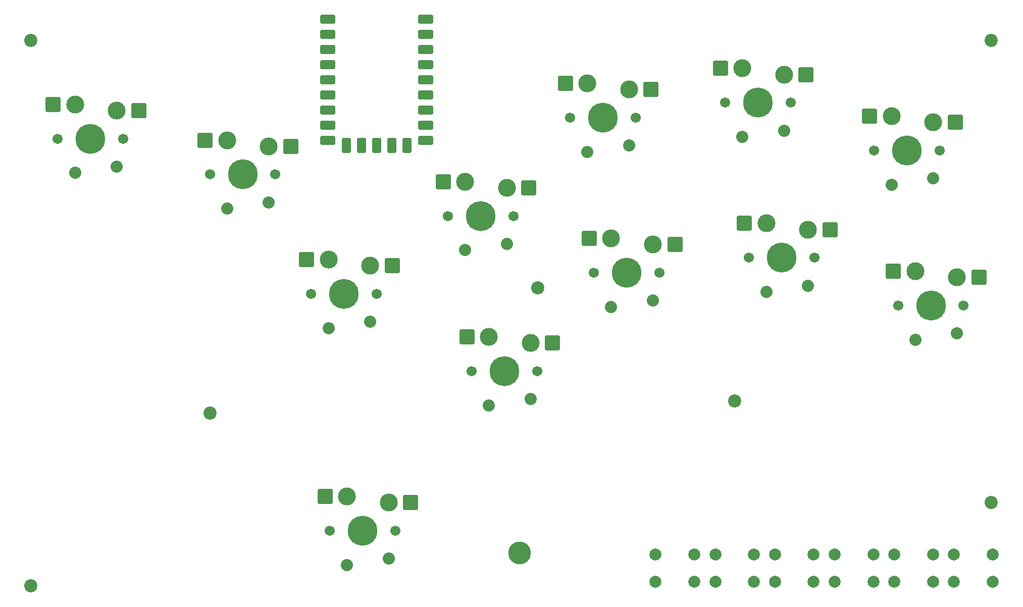
<source format=gbr>
%TF.GenerationSoftware,KiCad,Pcbnew,7.0.6*%
%TF.CreationDate,2024-01-12T12:33:24+02:00*%
%TF.ProjectId,Flatbox-rev5,466c6174-626f-4782-9d72-6576352e6b69,rev?*%
%TF.SameCoordinates,Original*%
%TF.FileFunction,Soldermask,Bot*%
%TF.FilePolarity,Negative*%
%FSLAX46Y46*%
G04 Gerber Fmt 4.6, Leading zero omitted, Abs format (unit mm)*
G04 Created by KiCad (PCBNEW 7.0.6) date 2024-01-12 12:33:24*
%MOMM*%
%LPD*%
G01*
G04 APERTURE LIST*
G04 Aperture macros list*
%AMRoundRect*
0 Rectangle with rounded corners*
0 $1 Rounding radius*
0 $2 $3 $4 $5 $6 $7 $8 $9 X,Y pos of 4 corners*
0 Add a 4 corners polygon primitive as box body*
4,1,4,$2,$3,$4,$5,$6,$7,$8,$9,$2,$3,0*
0 Add four circle primitives for the rounded corners*
1,1,$1+$1,$2,$3*
1,1,$1+$1,$4,$5*
1,1,$1+$1,$6,$7*
1,1,$1+$1,$8,$9*
0 Add four rect primitives between the rounded corners*
20,1,$1+$1,$2,$3,$4,$5,0*
20,1,$1+$1,$4,$5,$6,$7,0*
20,1,$1+$1,$6,$7,$8,$9,0*
20,1,$1+$1,$8,$9,$2,$3,0*%
G04 Aperture macros list end*
%ADD10C,2.200000*%
%ADD11RoundRect,0.400000X-0.900000X-0.400000X0.900000X-0.400000X0.900000X0.400000X-0.900000X0.400000X0*%
%ADD12RoundRect,0.400050X-0.899950X-0.400050X0.899950X-0.400050X0.899950X0.400050X-0.899950X0.400050X0*%
%ADD13RoundRect,0.400000X-0.400000X-0.900000X0.400000X-0.900000X0.400000X0.900000X-0.400000X0.900000X0*%
%ADD14RoundRect,0.393700X-0.393700X-0.906300X0.393700X-0.906300X0.393700X0.906300X-0.393700X0.906300X0*%
%ADD15C,3.800000*%
%ADD16C,2.032000*%
%ADD17RoundRect,0.250000X1.000000X1.025000X-1.000000X1.025000X-1.000000X-1.025000X1.000000X-1.025000X0*%
%ADD18C,1.701800*%
%ADD19C,3.000000*%
%ADD20C,5.010000*%
%ADD21C,2.000000*%
G04 APERTURE END LIST*
D10*
%TO.C,H8*%
X188985687Y-110970000D03*
%TD*%
D11*
%TO.C,A1*%
X137165000Y-47000000D03*
X137165000Y-49540000D03*
X137165000Y-52080000D03*
X137165000Y-54620000D03*
X137165000Y-57160000D03*
D12*
X137165000Y-59700000D03*
X137165000Y-62240000D03*
X137165000Y-64780000D03*
X137165000Y-67320000D03*
D13*
X134025000Y-68130000D03*
D14*
X131485000Y-68130000D03*
X128945000Y-68130000D03*
X126405000Y-68130000D03*
X123865000Y-68130000D03*
D12*
X120725000Y-67320000D03*
X120725000Y-64780000D03*
X120725000Y-62240000D03*
X120725000Y-59700000D03*
X120725000Y-47000000D03*
X120725000Y-49540000D03*
X120725000Y-52080000D03*
X120725000Y-57160000D03*
X120725000Y-54620000D03*
%TD*%
D15*
%TO.C,Hadouken*%
X152930000Y-136470000D03*
%TD*%
D16*
%TO.C,SW7*%
X78400000Y-72750000D03*
D17*
X74725000Y-61250000D03*
X89075000Y-62300000D03*
D16*
X85400000Y-71700000D03*
D18*
X86500000Y-67000000D03*
D19*
X85400000Y-62300000D03*
D20*
X81000000Y-67000000D03*
D19*
X78400000Y-61250000D03*
D18*
X75500000Y-67000000D03*
%TD*%
D21*
%TO.C,SW4*%
X205750000Y-136750000D03*
X212250000Y-136750000D03*
X205750000Y-141250000D03*
X212250000Y-141250000D03*
%TD*%
%TO.C,SW2*%
X192250000Y-141250000D03*
X185750000Y-141250000D03*
X192250000Y-136750000D03*
X185750000Y-136750000D03*
%TD*%
%TO.C,SW5*%
X215750000Y-136750000D03*
X222250000Y-136750000D03*
X215750000Y-141250000D03*
X222250000Y-141250000D03*
%TD*%
%TO.C,SW1*%
X182250000Y-141250000D03*
X175750000Y-141250000D03*
X182250000Y-136750000D03*
X175750000Y-136750000D03*
%TD*%
%TO.C,SW3*%
X202250000Y-141250000D03*
X195750000Y-141250000D03*
X202250000Y-136750000D03*
X195750000Y-136750000D03*
%TD*%
%TO.C,SW6*%
X225750000Y-136750000D03*
X232250000Y-136750000D03*
X225750000Y-141250000D03*
X232250000Y-141250000D03*
%TD*%
D10*
%TO.C,H2*%
X71000000Y-142000000D03*
%TD*%
%TO.C,H7*%
X232000000Y-128000000D03*
%TD*%
D16*
%TO.C,SW17*%
X219300000Y-100700000D03*
D17*
X215625000Y-89200000D03*
X229975000Y-90250000D03*
D16*
X226300000Y-99650000D03*
D18*
X227400000Y-94950000D03*
D19*
X226300000Y-90250000D03*
D20*
X221900000Y-94950000D03*
D19*
X219300000Y-89200000D03*
D18*
X216400000Y-94950000D03*
%TD*%
D16*
%TO.C,SW18*%
X124000000Y-138475000D03*
D17*
X120325000Y-126975000D03*
X134675000Y-128025000D03*
D16*
X131000000Y-137425000D03*
D18*
X132100000Y-132725000D03*
D19*
X131000000Y-128025000D03*
D20*
X126600000Y-132725000D03*
D19*
X124000000Y-126975000D03*
D18*
X121100000Y-132725000D03*
%TD*%
D16*
%TO.C,SW14*%
X147800000Y-111700000D03*
D17*
X144125000Y-100200000D03*
X158475000Y-101250000D03*
D16*
X154800000Y-110650000D03*
D18*
X155900000Y-105950000D03*
D19*
X154800000Y-101250000D03*
D20*
X150400000Y-105950000D03*
D19*
X147800000Y-100200000D03*
D18*
X144900000Y-105950000D03*
%TD*%
D16*
%TO.C,SW12*%
X190300000Y-66700000D03*
D17*
X186625000Y-55200000D03*
X200975000Y-56250000D03*
D16*
X197300000Y-65650000D03*
D18*
X198400000Y-60950000D03*
D19*
X197300000Y-56250000D03*
D20*
X192900000Y-60950000D03*
D19*
X190300000Y-55200000D03*
D18*
X187400000Y-60950000D03*
%TD*%
D16*
%TO.C,SW13*%
X215300000Y-74700000D03*
D17*
X211625000Y-63200000D03*
X225975000Y-64250000D03*
D16*
X222300000Y-73650000D03*
D18*
X223400000Y-68950000D03*
D19*
X222300000Y-64250000D03*
D20*
X217900000Y-68950000D03*
D19*
X215300000Y-63200000D03*
D18*
X212400000Y-68950000D03*
%TD*%
D16*
%TO.C,SW9*%
X120900000Y-98750000D03*
D17*
X117225000Y-87250000D03*
X131575000Y-88300000D03*
D16*
X127900000Y-97700000D03*
D18*
X129000000Y-93000000D03*
D19*
X127900000Y-88300000D03*
D20*
X123500000Y-93000000D03*
D19*
X120900000Y-87250000D03*
D18*
X118000000Y-93000000D03*
%TD*%
D16*
%TO.C,SW8*%
X103900000Y-78750000D03*
D17*
X100225000Y-67250000D03*
X114575000Y-68300000D03*
D16*
X110900000Y-77700000D03*
D18*
X112000000Y-73000000D03*
D19*
X110900000Y-68300000D03*
D20*
X106500000Y-73000000D03*
D19*
X103900000Y-67250000D03*
D18*
X101000000Y-73000000D03*
%TD*%
D16*
%TO.C,SW10*%
X143800000Y-85700000D03*
D17*
X140125000Y-74200000D03*
X154475000Y-75250000D03*
D16*
X150800000Y-84650000D03*
D18*
X151900000Y-79950000D03*
D19*
X150800000Y-75250000D03*
D20*
X146400000Y-79950000D03*
D19*
X143800000Y-74200000D03*
D18*
X140900000Y-79950000D03*
%TD*%
D16*
%TO.C,SW15*%
X168300000Y-95200000D03*
D17*
X164625000Y-83700000D03*
X178975000Y-84750000D03*
D16*
X175300000Y-94150000D03*
D18*
X176400000Y-89450000D03*
D19*
X175300000Y-84750000D03*
D20*
X170900000Y-89450000D03*
D19*
X168300000Y-83700000D03*
D18*
X165400000Y-89450000D03*
%TD*%
D10*
%TO.C,H3*%
X232000000Y-50500000D03*
%TD*%
%TO.C,H5*%
X101000000Y-113000000D03*
%TD*%
D16*
%TO.C,SW16*%
X194300000Y-92700000D03*
D17*
X190625000Y-81200000D03*
X204975000Y-82250000D03*
D16*
X201300000Y-91650000D03*
D18*
X202400000Y-86950000D03*
D19*
X201300000Y-82250000D03*
D20*
X196900000Y-86950000D03*
D19*
X194300000Y-81200000D03*
D18*
X191400000Y-86950000D03*
%TD*%
D16*
%TO.C,SW11*%
X164300000Y-69200000D03*
D17*
X160625000Y-57700000D03*
X174975000Y-58750000D03*
D16*
X171300000Y-68150000D03*
D18*
X172400000Y-63450000D03*
D19*
X171300000Y-58750000D03*
D20*
X166900000Y-63450000D03*
D19*
X164300000Y-57700000D03*
D18*
X161400000Y-63450000D03*
%TD*%
D10*
%TO.C,H1*%
X71000000Y-50500000D03*
%TD*%
%TO.C,H6*%
X156000000Y-92000000D03*
%TD*%
M02*

</source>
